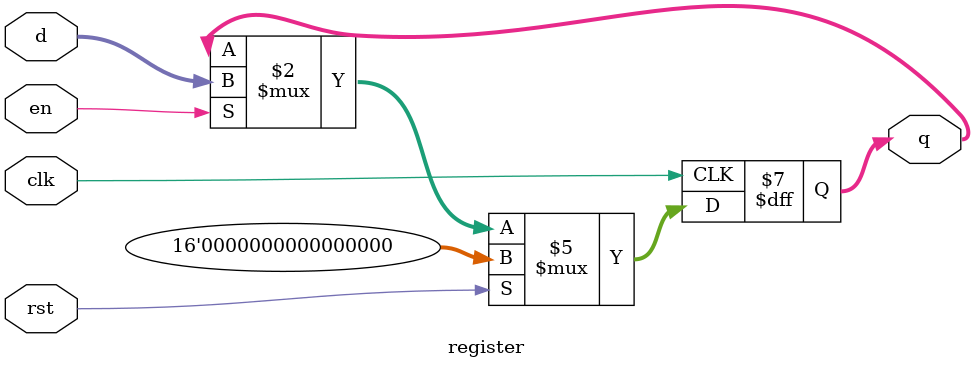
<source format=v>
`timescale 1ns / 1ps

module register(clk,rst,en,d,q);

	parameter WIDTH = 16;

	input clk;
	input rst;
	input en;
	input [WIDTH-1:0] d;
	output reg [WIDTH-1:0] q;
	 
always @(posedge clk) begin
	if(rst)
		q <= 0;
	else if(en)
		q <= d;
end

endmodule

</source>
